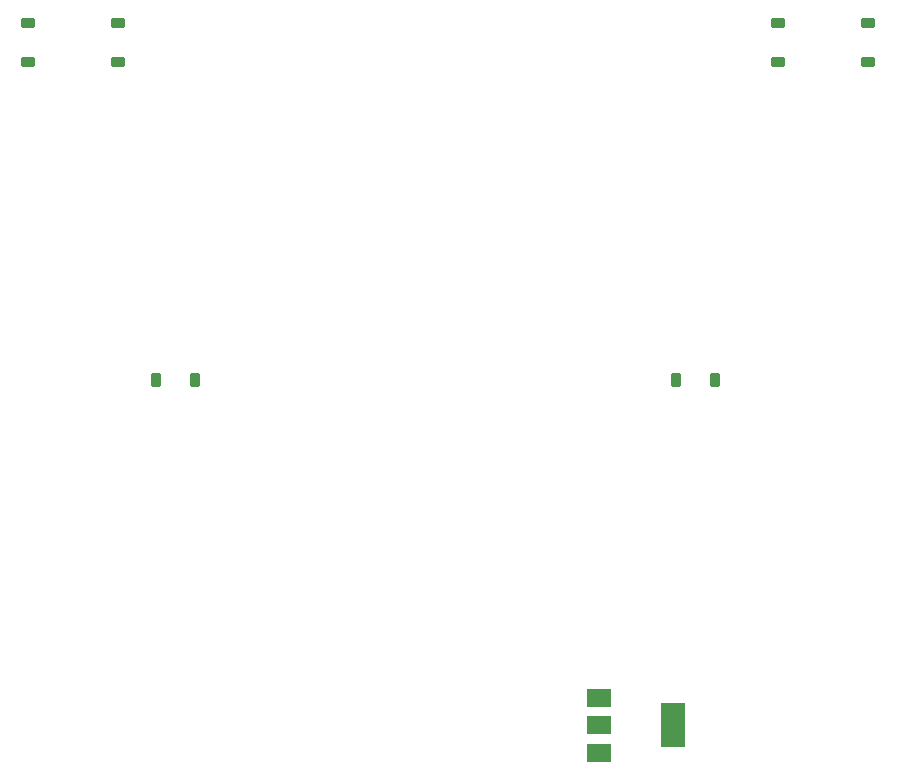
<source format=gbp>
G04 #@! TF.GenerationSoftware,KiCad,Pcbnew,7.0.9-7.0.9~ubuntu20.04.1*
G04 #@! TF.CreationDate,2023-12-22T19:52:22+01:00*
G04 #@! TF.ProjectId,kicad-trans_pwr,6b696361-642d-4747-9261-6e735f707772,1.0*
G04 #@! TF.SameCoordinates,Original*
G04 #@! TF.FileFunction,Paste,Bot*
G04 #@! TF.FilePolarity,Positive*
%FSLAX46Y46*%
G04 Gerber Fmt 4.6, Leading zero omitted, Abs format (unit mm)*
G04 Created by KiCad (PCBNEW 7.0.9-7.0.9~ubuntu20.04.1) date 2023-12-22 19:52:22*
%MOMM*%
%LPD*%
G01*
G04 APERTURE LIST*
G04 Aperture macros list*
%AMRoundRect*
0 Rectangle with rounded corners*
0 $1 Rounding radius*
0 $2 $3 $4 $5 $6 $7 $8 $9 X,Y pos of 4 corners*
0 Add a 4 corners polygon primitive as box body*
4,1,4,$2,$3,$4,$5,$6,$7,$8,$9,$2,$3,0*
0 Add four circle primitives for the rounded corners*
1,1,$1+$1,$2,$3*
1,1,$1+$1,$4,$5*
1,1,$1+$1,$6,$7*
1,1,$1+$1,$8,$9*
0 Add four rect primitives between the rounded corners*
20,1,$1+$1,$2,$3,$4,$5,0*
20,1,$1+$1,$4,$5,$6,$7,0*
20,1,$1+$1,$6,$7,$8,$9,0*
20,1,$1+$1,$8,$9,$2,$3,0*%
G04 Aperture macros list end*
%ADD10RoundRect,0.225000X-0.375000X0.225000X-0.375000X-0.225000X0.375000X-0.225000X0.375000X0.225000X0*%
%ADD11RoundRect,0.225000X0.375000X-0.225000X0.375000X0.225000X-0.375000X0.225000X-0.375000X-0.225000X0*%
%ADD12RoundRect,0.225000X0.225000X0.375000X-0.225000X0.375000X-0.225000X-0.375000X0.225000X-0.375000X0*%
%ADD13RoundRect,0.225000X-0.225000X-0.375000X0.225000X-0.375000X0.225000X0.375000X-0.225000X0.375000X0*%
%ADD14R,2.000000X1.500000*%
%ADD15R,2.000000X3.800000*%
G04 APERTURE END LIST*
D10*
X86360000Y-57405000D03*
X86360000Y-60705000D03*
D11*
X142240000Y-60705000D03*
X142240000Y-57405000D03*
D12*
X136905000Y-87630000D03*
X133605000Y-87630000D03*
D13*
X89535000Y-87630000D03*
X92835000Y-87630000D03*
D11*
X78740000Y-60705000D03*
X78740000Y-57405000D03*
D14*
X127025000Y-119140000D03*
X127025000Y-116840000D03*
D15*
X133325000Y-116840000D03*
D14*
X127025000Y-114540000D03*
D10*
X149860000Y-57405000D03*
X149860000Y-60705000D03*
M02*

</source>
